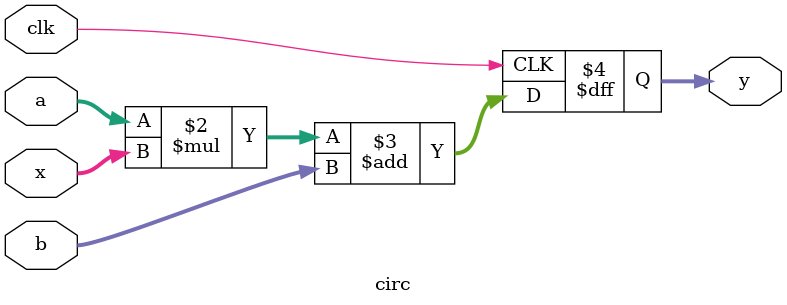
<source format=v>
module circ(input clk, input [3:0] x, a, b, output reg [3:0] y);

always @(posedge clk) begin y = a*x; y = y+b; end
endmodule
</source>
